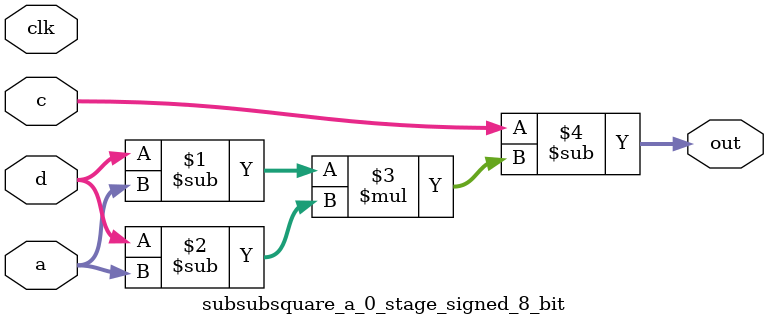
<source format=sv>
(* use_dsp = "yes" *) module subsubsquare_a_0_stage_signed_8_bit(
	input signed [7:0] a,
	input signed [7:0] c,
	input signed [7:0] d,
	output [7:0] out,
	input clk);

	assign out = c - ((d - a) * (d - a));
endmodule

</source>
